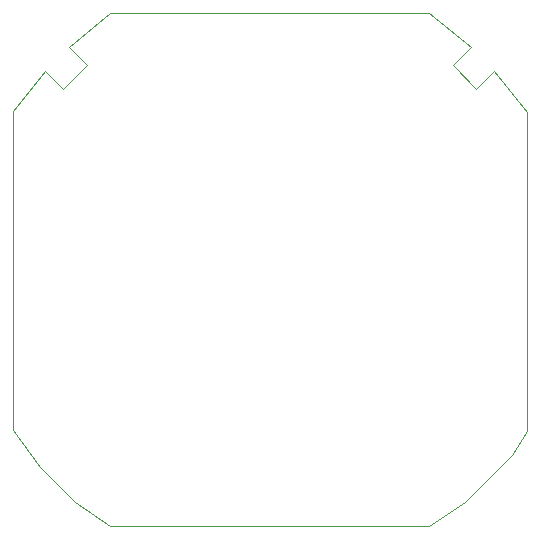
<source format=gm1>
%TF.GenerationSoftware,KiCad,Pcbnew,no-vcs-found-e0b9a21~60~ubuntu16.04.1*%
%TF.CreationDate,2017-10-13T14:39:50+03:00*%
%TF.ProjectId,livolo_1_channel_1way_eu_switch,6C69766F6C6F5F315F6368616E6E656C,rev?*%
%TF.SameCoordinates,Original*%
%TF.FileFunction,Profile,NP*%
%FSLAX46Y46*%
G04 Gerber Fmt 4.6, Leading zero omitted, Abs format (unit mm)*
G04 Created by KiCad (PCBNEW no-vcs-found-e0b9a21~60~ubuntu16.04.1) date Fri Oct 13 14:39:50 2017*
%MOMM*%
%LPD*%
G01*
G04 APERTURE LIST*
%ADD10C,0.100000*%
G04 APERTURE END LIST*
D10*
X158900640Y-111602340D02*
X162910000Y-107590000D01*
X157899880Y-74602160D02*
X159898860Y-76601140D01*
X125898420Y-111602340D02*
X128900700Y-113601320D01*
X164200000Y-105600000D02*
X164200000Y-78599800D01*
X126899180Y-74602160D02*
X125400580Y-73101020D01*
X155900000Y-70200000D02*
X159398480Y-73101020D01*
X162910000Y-107590000D02*
X164200000Y-105600000D01*
X120700000Y-105500000D02*
X120700000Y-78499800D01*
X123399060Y-75100000D02*
X124900200Y-76601140D01*
X124900200Y-76601140D02*
X126899180Y-74602160D01*
X125400580Y-73101020D02*
X128900000Y-70200000D01*
X128900000Y-70200000D02*
X155897660Y-70200000D01*
X159898860Y-76601140D02*
X161400000Y-75100000D01*
X122940000Y-108610000D02*
X125898420Y-111602340D01*
X155898360Y-113601320D02*
X158900640Y-111602340D01*
X128900700Y-113601320D02*
X155898360Y-113601320D01*
X120700000Y-105500000D02*
X122940000Y-108610000D01*
X159398480Y-73101020D02*
X157899880Y-74602160D01*
X120700000Y-78500000D02*
X123399060Y-75100000D01*
X161400000Y-75100000D02*
X164200000Y-78600000D01*
M02*

</source>
